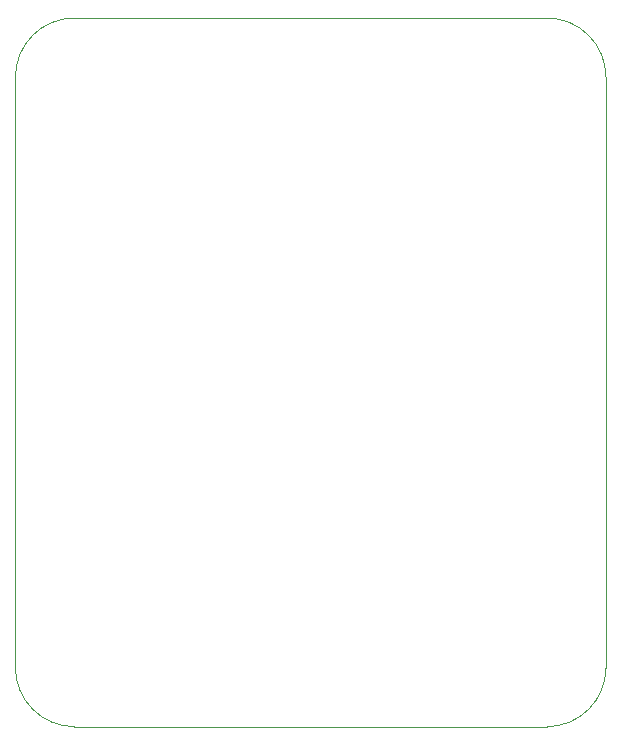
<source format=gbr>
%TF.GenerationSoftware,KiCad,Pcbnew,(7.0.0)*%
%TF.CreationDate,2023-08-19T19:02:20+01:00*%
%TF.ProjectId,Nemesis-MixSigPCB,4e656d65-7369-4732-9d4d-697853696750,rev?*%
%TF.SameCoordinates,Original*%
%TF.FileFunction,Profile,NP*%
%FSLAX46Y46*%
G04 Gerber Fmt 4.6, Leading zero omitted, Abs format (unit mm)*
G04 Created by KiCad (PCBNEW (7.0.0)) date 2023-08-19 19:02:20*
%MOMM*%
%LPD*%
G01*
G04 APERTURE LIST*
%TA.AperFunction,Profile*%
%ADD10C,0.100000*%
%TD*%
G04 APERTURE END LIST*
D10*
X170000000Y-120000000D02*
X170000000Y-70000000D01*
X170000000Y-70000000D02*
G75*
G03*
X165000000Y-65000000I-5000000J0D01*
G01*
X165000000Y-125000000D02*
G75*
G03*
X170000000Y-120000000I0J5000000D01*
G01*
X165000000Y-65000000D02*
X125000000Y-65000000D01*
X120000000Y-120000000D02*
G75*
G03*
X125000000Y-125000000I5000000J0D01*
G01*
X125000000Y-65000000D02*
G75*
G03*
X120000000Y-70000000I0J-5000000D01*
G01*
X120000000Y-70000000D02*
X120000000Y-120000000D01*
X125000000Y-125000000D02*
X165000000Y-125000000D01*
M02*

</source>
